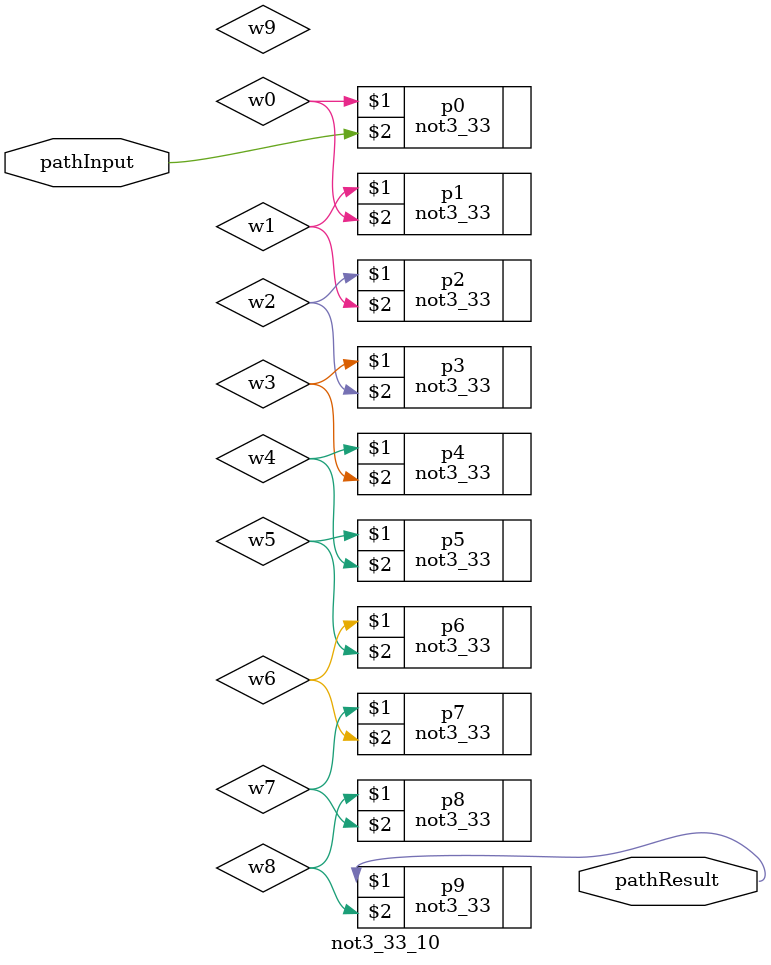
<source format=v>
module not3_33_10(pathResult, pathInput);
input pathInput;
output pathResult;

(* keep = 1 *) wire w0, w1, w2, w3, w4, w5, w6, w7, w8, w9;

not3_33 p0(w0, pathInput);
not3_33 p1(w1, w0);
not3_33 p2(w2, w1);
not3_33 p3(w3, w2);
not3_33 p4(w4, w3);
not3_33 p5(w5, w4);
not3_33 p6(w6, w5);
not3_33 p7(w7, w6);
not3_33 p8(w8, w7);
not3_33 p9(pathResult, w8);

endmodule

</source>
